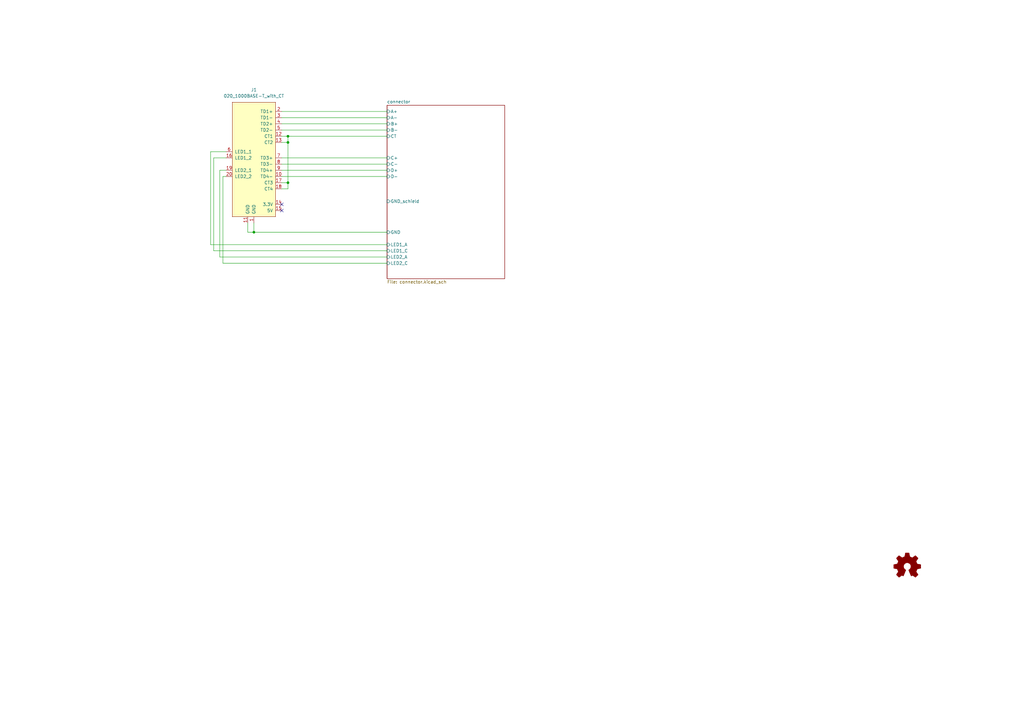
<source format=kicad_sch>
(kicad_sch (version 20211123) (generator eeschema)

  (uuid 7fd63e7c-0dfe-4093-96c3-757430f22d31)

  (paper "A3")

  (title_block
    (title "LAN_Board (C)")
    (rev "1.5")
    (company "Auto-Intern GmbH")
  )

  (lib_symbols
    (symbol "Graphic:Logo_Open_Hardware_Small" (pin_names (offset 1.016)) (in_bom yes) (on_board yes)
      (property "Reference" "#LOGO" (id 0) (at 0 6.985 0)
        (effects (font (size 1.27 1.27)) hide)
      )
      (property "Value" "Logo_Open_Hardware_Small" (id 1) (at 0 -5.715 0)
        (effects (font (size 1.27 1.27)) hide)
      )
      (property "Footprint" "" (id 2) (at 0 0 0)
        (effects (font (size 1.27 1.27)) hide)
      )
      (property "Datasheet" "~" (id 3) (at 0 0 0)
        (effects (font (size 1.27 1.27)) hide)
      )
      (property "ki_keywords" "Logo" (id 4) (at 0 0 0)
        (effects (font (size 1.27 1.27)) hide)
      )
      (property "ki_description" "Open Hardware logo, small" (id 5) (at 0 0 0)
        (effects (font (size 1.27 1.27)) hide)
      )
      (symbol "Logo_Open_Hardware_Small_0_1"
        (polyline
          (pts
            (xy 3.3528 -4.3434)
            (xy 3.302 -4.318)
            (xy 3.175 -4.2418)
            (xy 2.9972 -4.1148)
            (xy 2.7686 -3.9624)
            (xy 2.54 -3.81)
            (xy 2.3622 -3.7084)
            (xy 2.2352 -3.6068)
            (xy 2.1844 -3.5814)
            (xy 2.159 -3.6068)
            (xy 2.0574 -3.6576)
            (xy 1.905 -3.7338)
            (xy 1.8034 -3.7846)
            (xy 1.6764 -3.8354)
            (xy 1.6002 -3.8354)
            (xy 1.6002 -3.8354)
            (xy 1.5494 -3.7338)
            (xy 1.4732 -3.5306)
            (xy 1.3462 -3.302)
            (xy 1.2446 -3.0226)
            (xy 1.1176 -2.7178)
            (xy 0.9652 -2.413)
            (xy 0.8636 -2.1082)
            (xy 0.7366 -1.8288)
            (xy 0.6604 -1.6256)
            (xy 0.6096 -1.4732)
            (xy 0.5842 -1.397)
            (xy 0.5842 -1.397)
            (xy 0.6604 -1.3208)
            (xy 0.7874 -1.2446)
            (xy 1.0414 -1.016)
            (xy 1.2954 -0.6858)
            (xy 1.4478 -0.3302)
            (xy 1.524 0.0762)
            (xy 1.4732 0.4572)
            (xy 1.3208 0.8128)
            (xy 1.0668 1.143)
            (xy 0.762 1.3716)
            (xy 0.4064 1.524)
            (xy 0 1.5748)
            (xy -0.381 1.5494)
            (xy -0.7366 1.397)
            (xy -1.0668 1.143)
            (xy -1.2192 0.9906)
            (xy -1.397 0.6604)
            (xy -1.524 0.3048)
            (xy -1.524 0.2286)
            (xy -1.4986 -0.1778)
            (xy -1.397 -0.5334)
            (xy -1.1938 -0.8636)
            (xy -0.9144 -1.143)
            (xy -0.8636 -1.1684)
            (xy -0.7366 -1.27)
            (xy -0.635 -1.3462)
            (xy -0.5842 -1.397)
            (xy -1.0668 -2.5908)
            (xy -1.143 -2.794)
            (xy -1.2954 -3.1242)
            (xy -1.397 -3.4036)
            (xy -1.4986 -3.6322)
            (xy -1.5748 -3.7846)
            (xy -1.6002 -3.8354)
            (xy -1.6002 -3.8354)
            (xy -1.651 -3.8354)
            (xy -1.7272 -3.81)
            (xy -1.905 -3.7338)
            (xy -2.0066 -3.683)
            (xy -2.1336 -3.6068)
            (xy -2.2098 -3.5814)
            (xy -2.2606 -3.6068)
            (xy -2.3622 -3.683)
            (xy -2.54 -3.81)
            (xy -2.7686 -3.9624)
            (xy -2.9718 -4.0894)
            (xy -3.1496 -4.2164)
            (xy -3.302 -4.318)
            (xy -3.3528 -4.3434)
            (xy -3.3782 -4.3434)
            (xy -3.429 -4.318)
            (xy -3.5306 -4.2164)
            (xy -3.7084 -4.064)
            (xy -3.937 -3.8354)
            (xy -3.9624 -3.81)
            (xy -4.1656 -3.6068)
            (xy -4.318 -3.4544)
            (xy -4.4196 -3.3274)
            (xy -4.445 -3.2766)
            (xy -4.445 -3.2766)
            (xy -4.4196 -3.2258)
            (xy -4.318 -3.0734)
            (xy -4.2164 -2.8956)
            (xy -4.064 -2.667)
            (xy -3.6576 -2.0828)
            (xy -3.8862 -1.5494)
            (xy -3.937 -1.3716)
            (xy -4.0386 -1.1684)
            (xy -4.0894 -1.0414)
            (xy -4.1148 -0.9652)
            (xy -4.191 -0.9398)
            (xy -4.318 -0.9144)
            (xy -4.5466 -0.8636)
            (xy -4.8006 -0.8128)
            (xy -5.0546 -0.7874)
            (xy -5.2578 -0.7366)
            (xy -5.4356 -0.7112)
            (xy -5.5118 -0.6858)
            (xy -5.5118 -0.6858)
            (xy -5.5372 -0.635)
            (xy -5.5372 -0.5588)
            (xy -5.5372 -0.4318)
            (xy -5.5626 -0.2286)
            (xy -5.5626 0.0762)
            (xy -5.5626 0.127)
            (xy -5.5372 0.4064)
            (xy -5.5372 0.635)
            (xy -5.5372 0.762)
            (xy -5.5372 0.8382)
            (xy -5.5372 0.8382)
            (xy -5.461 0.8382)
            (xy -5.3086 0.889)
            (xy -5.08 0.9144)
            (xy -4.826 0.9652)
            (xy -4.8006 0.9906)
            (xy -4.5466 1.0414)
            (xy -4.318 1.0668)
            (xy -4.1656 1.1176)
            (xy -4.0894 1.143)
            (xy -4.0894 1.143)
            (xy -4.0386 1.2446)
            (xy -3.9624 1.4224)
            (xy -3.8608 1.6256)
            (xy -3.7846 1.8288)
            (xy -3.7084 2.0066)
            (xy -3.6576 2.159)
            (xy -3.6322 2.2098)
            (xy -3.6322 2.2098)
            (xy -3.683 2.286)
            (xy -3.7592 2.413)
            (xy -3.8862 2.5908)
            (xy -4.064 2.8194)
            (xy -4.064 2.8448)
            (xy -4.2164 3.0734)
            (xy -4.3434 3.2512)
            (xy -4.4196 3.3782)
            (xy -4.445 3.4544)
            (xy -4.445 3.4544)
            (xy -4.3942 3.5052)
            (xy -4.2926 3.6322)
            (xy -4.1148 3.81)
            (xy -3.937 4.0132)
            (xy -3.8608 4.064)
            (xy -3.6576 4.2926)
            (xy -3.5052 4.4196)
            (xy -3.4036 4.4958)
            (xy -3.3528 4.5212)
            (xy -3.3528 4.5212)
            (xy -3.302 4.4704)
            (xy -3.1496 4.3688)
            (xy -2.9718 4.2418)
            (xy -2.7432 4.0894)
            (xy -2.7178 4.0894)
            (xy -2.4892 3.937)
            (xy -2.3114 3.81)
            (xy -2.1844 3.7084)
            (xy -2.1336 3.683)
            (xy -2.1082 3.683)
            (xy -2.032 3.7084)
            (xy -1.8542 3.7592)
            (xy -1.6764 3.8354)
            (xy -1.4732 3.937)
            (xy -1.27 4.0132)
            (xy -1.143 4.064)
            (xy -1.0668 4.1148)
            (xy -1.0668 4.1148)
            (xy -1.0414 4.191)
            (xy -1.016 4.3434)
            (xy -0.9652 4.572)
            (xy -0.9144 4.8514)
            (xy -0.889 4.9022)
            (xy -0.8382 5.1562)
            (xy -0.8128 5.3848)
            (xy -0.7874 5.5372)
            (xy -0.762 5.588)
            (xy -0.7112 5.6134)
            (xy -0.5842 5.6134)
            (xy -0.4064 5.6134)
            (xy -0.1524 5.6134)
            (xy 0.0762 5.6134)
            (xy 0.3302 5.6134)
            (xy 0.5334 5.6134)
            (xy 0.6858 5.588)
            (xy 0.7366 5.588)
            (xy 0.7366 5.588)
            (xy 0.762 5.5118)
            (xy 0.8128 5.334)
            (xy 0.8382 5.1054)
            (xy 0.9144 4.826)
            (xy 0.9144 4.7752)
            (xy 0.9652 4.5212)
            (xy 1.016 4.2926)
            (xy 1.0414 4.1402)
            (xy 1.0668 4.0894)
            (xy 1.0668 4.0894)
            (xy 1.1938 4.0386)
            (xy 1.3716 3.9624)
            (xy 1.5748 3.8608)
            (xy 2.0828 3.6576)
            (xy 2.7178 4.0894)
            (xy 2.7686 4.1402)
            (xy 2.9972 4.2926)
            (xy 3.175 4.4196)
            (xy 3.302 4.4958)
            (xy 3.3782 4.5212)
            (xy 3.3782 4.5212)
            (xy 3.429 4.4704)
            (xy 3.556 4.3434)
            (xy 3.7338 4.191)
            (xy 3.9116 3.9878)
            (xy 4.064 3.8354)
            (xy 4.2418 3.6576)
            (xy 4.3434 3.556)
            (xy 4.4196 3.4798)
            (xy 4.4196 3.429)
            (xy 4.4196 3.4036)
            (xy 4.3942 3.3274)
            (xy 4.2926 3.2004)
            (xy 4.1656 2.9972)
            (xy 4.0132 2.794)
            (xy 3.8862 2.5908)
            (xy 3.7592 2.3876)
            (xy 3.6576 2.2352)
            (xy 3.6322 2.159)
            (xy 3.6322 2.1336)
            (xy 3.683 2.0066)
            (xy 3.7592 1.8288)
            (xy 3.8608 1.6002)
            (xy 4.064 1.1176)
            (xy 4.3942 1.0414)
            (xy 4.5974 1.016)
            (xy 4.8768 0.9652)
            (xy 5.1308 0.9144)
            (xy 5.5372 0.8382)
            (xy 5.5626 -0.6604)
            (xy 5.4864 -0.6858)
            (xy 5.4356 -0.6858)
            (xy 5.2832 -0.7366)
            (xy 5.0546 -0.762)
            (xy 4.8006 -0.8128)
            (xy 4.5974 -0.8636)
            (xy 4.3688 -0.9144)
            (xy 4.2164 -0.9398)
            (xy 4.1402 -0.9398)
            (xy 4.1148 -0.9652)
            (xy 4.064 -1.0668)
            (xy 3.9878 -1.2446)
            (xy 3.9116 -1.4478)
            (xy 3.81 -1.651)
            (xy 3.7338 -1.8542)
            (xy 3.683 -2.0066)
            (xy 3.6576 -2.0828)
            (xy 3.683 -2.1336)
            (xy 3.7846 -2.2606)
            (xy 3.8862 -2.4638)
            (xy 4.0386 -2.667)
            (xy 4.191 -2.8956)
            (xy 4.318 -3.0734)
            (xy 4.3942 -3.2004)
            (xy 4.445 -3.2766)
            (xy 4.4196 -3.3274)
            (xy 4.3434 -3.429)
            (xy 4.1656 -3.5814)
            (xy 3.937 -3.8354)
            (xy 3.8862 -3.8608)
            (xy 3.683 -4.064)
            (xy 3.5306 -4.2164)
            (xy 3.4036 -4.318)
            (xy 3.3528 -4.3434)
          )
          (stroke (width 0) (type default) (color 0 0 0 0))
          (fill (type outline))
        )
      )
    )
    (symbol "put_on_edge:020_1000BASE-T_with_CT" (pin_names (offset 1.016)) (in_bom yes) (on_board yes)
      (property "Reference" "J" (id 0) (at -2.54 13.97 0)
        (effects (font (size 1.27 1.27)))
      )
      (property "Value" "020_1000BASE-T_with_CT" (id 1) (at 8.89 13.97 0)
        (effects (font (size 1.27 1.27)))
      )
      (property "Footprint" "" (id 2) (at 7.62 16.51 0)
        (effects (font (size 1.27 1.27)) hide)
      )
      (property "Datasheet" "" (id 3) (at 7.62 16.51 0)
        (effects (font (size 1.27 1.27)) hide)
      )
      (symbol "020_1000BASE-T_with_CT_0_1"
        (rectangle (start -8.89 12.7) (end 8.89 -34.29)
          (stroke (width 0) (type default) (color 0 0 0 0))
          (fill (type background))
        )
      )
      (symbol "020_1000BASE-T_with_CT_1_1"
        (pin power_in line (at 0 -36.83 90) (length 2.54)
          (name "GND" (effects (font (size 1.27 1.27))))
          (number "1" (effects (font (size 1.27 1.27))))
        )
        (pin bidirectional line (at -11.43 -17.78 0) (length 2.54)
          (name "TD4-" (effects (font (size 1.27 1.27))))
          (number "10" (effects (font (size 1.27 1.27))))
        )
        (pin power_in line (at 2.54 -36.83 90) (length 2.54)
          (name "GND" (effects (font (size 1.27 1.27))))
          (number "11" (effects (font (size 1.27 1.27))))
        )
        (pin bidirectional line (at -11.43 -1.27 0) (length 2.54)
          (name "CT1" (effects (font (size 1.27 1.27))))
          (number "12" (effects (font (size 1.27 1.27))))
        )
        (pin bidirectional line (at -11.43 -3.81 0) (length 2.54)
          (name "CT2" (effects (font (size 1.27 1.27))))
          (number "13" (effects (font (size 1.27 1.27))))
        )
        (pin bidirectional line (at -11.43 -29.21 0) (length 2.54)
          (name "3.3V" (effects (font (size 1.27 1.27))))
          (number "14" (effects (font (size 1.27 1.27))))
        )
        (pin bidirectional line (at -11.43 -31.75 0) (length 2.54)
          (name "5V" (effects (font (size 1.27 1.27))))
          (number "15" (effects (font (size 1.27 1.27))))
        )
        (pin bidirectional line (at 11.43 -10.16 180) (length 2.54)
          (name "LED1_2" (effects (font (size 1.27 1.27))))
          (number "16" (effects (font (size 1.27 1.27))))
        )
        (pin bidirectional line (at -11.43 -20.32 0) (length 2.54)
          (name "CT3" (effects (font (size 1.27 1.27))))
          (number "17" (effects (font (size 1.27 1.27))))
        )
        (pin bidirectional line (at -11.43 -22.86 0) (length 2.54)
          (name "CT4" (effects (font (size 1.27 1.27))))
          (number "18" (effects (font (size 1.27 1.27))))
        )
        (pin bidirectional line (at 11.43 -15.24 180) (length 2.54)
          (name "LED2_1" (effects (font (size 1.27 1.27))))
          (number "19" (effects (font (size 1.27 1.27))))
        )
        (pin bidirectional line (at -11.43 8.89 0) (length 2.54)
          (name "TD1+" (effects (font (size 1.27 1.27))))
          (number "2" (effects (font (size 1.27 1.27))))
        )
        (pin bidirectional line (at 11.43 -17.78 180) (length 2.54)
          (name "LED2_2" (effects (font (size 1.27 1.27))))
          (number "20" (effects (font (size 1.27 1.27))))
        )
        (pin bidirectional line (at -11.43 6.35 0) (length 2.54)
          (name "TD1-" (effects (font (size 1.27 1.27))))
          (number "3" (effects (font (size 1.27 1.27))))
        )
        (pin bidirectional line (at -11.43 3.81 0) (length 2.54)
          (name "TD2+" (effects (font (size 1.27 1.27))))
          (number "4" (effects (font (size 1.27 1.27))))
        )
        (pin bidirectional line (at -11.43 1.27 0) (length 2.54)
          (name "TD2-" (effects (font (size 1.27 1.27))))
          (number "5" (effects (font (size 1.27 1.27))))
        )
        (pin bidirectional line (at 11.43 -7.62 180) (length 2.54)
          (name "LED1_1" (effects (font (size 1.27 1.27))))
          (number "6" (effects (font (size 1.27 1.27))))
        )
        (pin bidirectional line (at -11.43 -10.16 0) (length 2.54)
          (name "TD3+" (effects (font (size 1.27 1.27))))
          (number "7" (effects (font (size 1.27 1.27))))
        )
        (pin bidirectional line (at -11.43 -12.7 0) (length 2.54)
          (name "TD3-" (effects (font (size 1.27 1.27))))
          (number "8" (effects (font (size 1.27 1.27))))
        )
        (pin bidirectional line (at -11.43 -15.24 0) (length 2.54)
          (name "TD4+" (effects (font (size 1.27 1.27))))
          (number "9" (effects (font (size 1.27 1.27))))
        )
      )
    )
  )

  (junction (at 118.11 74.93) (diameter 0) (color 0 0 0 0)
    (uuid 218f5eeb-63f8-4a31-9898-17a0aaf53ff6)
  )
  (junction (at 118.11 58.42) (diameter 0) (color 0 0 0 0)
    (uuid 7de26002-4562-4368-93f8-704d657afb72)
  )
  (junction (at 104.14 95.25) (diameter 0) (color 0 0 0 0)
    (uuid 9fc152dd-9be5-414a-b86a-60c468517fac)
  )
  (junction (at 118.11 55.88) (diameter 0) (color 0 0 0 0)
    (uuid cd24b7ac-6a05-4a66-b0ba-ee6bc00f2ff9)
  )

  (no_connect (at 115.57 83.82) (uuid 56fab9ff-1528-4691-bbf3-241d3d0ea9fd))
  (no_connect (at 115.57 86.36) (uuid 56fab9ff-1528-4691-bbf3-241d3d0ea9fe))

  (wire (pts (xy 115.57 48.26) (xy 158.75 48.26))
    (stroke (width 0) (type default) (color 0 0 0 0))
    (uuid 003a0d0a-2c05-486d-93fb-1101833516d9)
  )
  (wire (pts (xy 158.75 100.33) (xy 86.36 100.33))
    (stroke (width 0) (type default) (color 0 0 0 0))
    (uuid 0946f406-92d8-49bb-96d4-9440b09da891)
  )
  (wire (pts (xy 90.17 105.41) (xy 158.75 105.41))
    (stroke (width 0) (type default) (color 0 0 0 0))
    (uuid 0a871771-ac2b-4a98-9b8c-b102626d8677)
  )
  (wire (pts (xy 118.11 74.93) (xy 118.11 58.42))
    (stroke (width 0) (type default) (color 0 0 0 0))
    (uuid 1586534f-195f-4cc1-9bdb-eb7effe3bb1d)
  )
  (wire (pts (xy 115.57 50.8) (xy 158.75 50.8))
    (stroke (width 0) (type default) (color 0 0 0 0))
    (uuid 1b3114ce-4fa7-441b-840a-8a938341f757)
  )
  (wire (pts (xy 90.17 69.85) (xy 90.17 105.41))
    (stroke (width 0) (type default) (color 0 0 0 0))
    (uuid 1c59111b-8d1d-400f-86b7-1c73dcc428a2)
  )
  (wire (pts (xy 92.71 64.77) (xy 87.63 64.77))
    (stroke (width 0) (type default) (color 0 0 0 0))
    (uuid 1f320a08-abc9-4733-88ec-369104257da7)
  )
  (wire (pts (xy 104.14 95.25) (xy 158.75 95.25))
    (stroke (width 0) (type default) (color 0 0 0 0))
    (uuid 3096c0d2-cbd2-41aa-9533-8cec5d0a9cc5)
  )
  (wire (pts (xy 115.57 67.31) (xy 158.75 67.31))
    (stroke (width 0) (type default) (color 0 0 0 0))
    (uuid 3f0b32ad-d9c5-4308-be39-45d5133916a1)
  )
  (wire (pts (xy 115.57 72.39) (xy 158.75 72.39))
    (stroke (width 0) (type default) (color 0 0 0 0))
    (uuid 46b87d60-9f52-445d-a4ac-561b885c6a83)
  )
  (wire (pts (xy 87.63 102.87) (xy 158.75 102.87))
    (stroke (width 0) (type default) (color 0 0 0 0))
    (uuid 54fcaa54-aab9-4ebd-b9f3-db9263e4b45a)
  )
  (wire (pts (xy 115.57 53.34) (xy 158.75 53.34))
    (stroke (width 0) (type default) (color 0 0 0 0))
    (uuid 638a53d2-b942-429e-ac3d-9fc82022e9e6)
  )
  (wire (pts (xy 101.6 91.44) (xy 101.6 95.25))
    (stroke (width 0) (type default) (color 0 0 0 0))
    (uuid 7b8c064b-79ed-4af6-a812-1db27d87f101)
  )
  (wire (pts (xy 115.57 69.85) (xy 158.75 69.85))
    (stroke (width 0) (type default) (color 0 0 0 0))
    (uuid 7d0180e8-b9b7-447a-be38-44bc5791f529)
  )
  (wire (pts (xy 115.57 45.72) (xy 158.75 45.72))
    (stroke (width 0) (type default) (color 0 0 0 0))
    (uuid 7eeea4de-be33-4529-a482-0d373ab2907d)
  )
  (wire (pts (xy 104.14 91.44) (xy 104.14 95.25))
    (stroke (width 0) (type default) (color 0 0 0 0))
    (uuid 8261a5a1-73ee-4e5c-8404-940cebf20181)
  )
  (wire (pts (xy 115.57 77.47) (xy 118.11 77.47))
    (stroke (width 0) (type default) (color 0 0 0 0))
    (uuid 8aa9c248-bab0-43e6-b4b7-31986f7db7fd)
  )
  (wire (pts (xy 101.6 95.25) (xy 104.14 95.25))
    (stroke (width 0) (type default) (color 0 0 0 0))
    (uuid 8f5951bb-9e88-4568-b127-bb74d318ade0)
  )
  (wire (pts (xy 118.11 58.42) (xy 118.11 55.88))
    (stroke (width 0) (type default) (color 0 0 0 0))
    (uuid a1255388-6453-4d4f-b28e-e808c9a05c69)
  )
  (wire (pts (xy 86.36 62.23) (xy 92.71 62.23))
    (stroke (width 0) (type default) (color 0 0 0 0))
    (uuid a1bb22e6-e19e-4f51-adef-ae3d3d8dab92)
  )
  (wire (pts (xy 118.11 55.88) (xy 115.57 55.88))
    (stroke (width 0) (type default) (color 0 0 0 0))
    (uuid a7a146b7-f7ef-4b96-9cba-45d9470946d9)
  )
  (wire (pts (xy 118.11 77.47) (xy 118.11 74.93))
    (stroke (width 0) (type default) (color 0 0 0 0))
    (uuid af9407fd-b093-42d3-82ee-8374de7aea01)
  )
  (wire (pts (xy 91.44 72.39) (xy 92.71 72.39))
    (stroke (width 0) (type default) (color 0 0 0 0))
    (uuid afa3a20b-3be0-4d14-b703-7b6584bef770)
  )
  (wire (pts (xy 91.44 107.95) (xy 91.44 72.39))
    (stroke (width 0) (type default) (color 0 0 0 0))
    (uuid b7589e4a-7250-4e1c-931e-a69c2888b66c)
  )
  (wire (pts (xy 118.11 55.88) (xy 158.75 55.88))
    (stroke (width 0) (type default) (color 0 0 0 0))
    (uuid c899b08a-39cf-4c3d-91db-1649d8d95acd)
  )
  (wire (pts (xy 115.57 64.77) (xy 158.75 64.77))
    (stroke (width 0) (type default) (color 0 0 0 0))
    (uuid ceb8e060-9c6e-4c2a-ae8d-e47a54374d50)
  )
  (wire (pts (xy 158.75 107.95) (xy 91.44 107.95))
    (stroke (width 0) (type default) (color 0 0 0 0))
    (uuid d2d2a906-e9cb-4688-8220-ecdd47ee223f)
  )
  (wire (pts (xy 86.36 100.33) (xy 86.36 62.23))
    (stroke (width 0) (type default) (color 0 0 0 0))
    (uuid ebbe4aa5-039a-4e14-90e6-f9ce6df53441)
  )
  (wire (pts (xy 90.17 69.85) (xy 92.71 69.85))
    (stroke (width 0) (type default) (color 0 0 0 0))
    (uuid ee6c7a4d-00f7-4f92-a968-69cccff7fe9f)
  )
  (wire (pts (xy 115.57 58.42) (xy 118.11 58.42))
    (stroke (width 0) (type default) (color 0 0 0 0))
    (uuid f5aa85ad-0e34-494c-b8bf-f5894bb00f4d)
  )
  (wire (pts (xy 87.63 64.77) (xy 87.63 102.87))
    (stroke (width 0) (type default) (color 0 0 0 0))
    (uuid fb08bdcb-21c3-4a43-9d9c-93fb649801e4)
  )
  (wire (pts (xy 115.57 74.93) (xy 118.11 74.93))
    (stroke (width 0) (type default) (color 0 0 0 0))
    (uuid fd869af4-bb39-4a99-ae64-70caad9768a1)
  )

  (symbol (lib_id "put_on_edge:020_1000BASE-T_with_CT") (at 104.14 54.61 0) (mirror y) (unit 1)
    (in_bom yes) (on_board yes) (fields_autoplaced)
    (uuid 41ac5a48-5779-4f0b-9cbe-991c845d3156)
    (property "Reference" "J1" (id 0) (at 104.14 36.83 0))
    (property "Value" "020_1000BASE-T_with_CT" (id 1) (at 104.14 39.37 0))
    (property "Footprint" "on_edge:on_edge_2x10_device" (id 2) (at 96.52 38.1 0)
      (effects (font (size 1.27 1.27)) hide)
    )
    (property "Datasheet" "" (id 3) (at 96.52 38.1 0)
      (effects (font (size 1.27 1.27)) hide)
    )
    (pin "1" (uuid a75f724b-1e05-468a-8dcf-1929da152e8f))
    (pin "10" (uuid ef95486e-8442-4dc4-a9bd-887328a422d1))
    (pin "11" (uuid d7593323-c2fa-4ce7-ba5d-f11b8ca2b02b))
    (pin "12" (uuid 37781083-8a35-4725-83c1-0ac76f9721b5))
    (pin "13" (uuid 386fa460-6bb8-4005-bbd2-e2a5cd3294a5))
    (pin "14" (uuid babed9b4-a1a0-43e8-be70-af402be7a8dd))
    (pin "15" (uuid ec643a2c-ae7e-4bb4-b577-93f04a1b6213))
    (pin "16" (uuid add73599-5a85-459a-aa46-ca7d9eebe018))
    (pin "17" (uuid b3ea9f60-6e7a-4950-a0c2-3ecd3b8fb77f))
    (pin "18" (uuid 560eb828-4334-4719-8d53-a5c5f80376e9))
    (pin "19" (uuid 79985388-d613-49ef-8355-876e497f8fbf))
    (pin "2" (uuid ef9b86ea-4e91-4ab8-9cef-6789b9f572b4))
    (pin "20" (uuid 47ca98a5-aa99-4b93-9538-74c80ddefe85))
    (pin "3" (uuid 1e064291-014d-466b-b393-b1d5119ab13b))
    (pin "4" (uuid be700525-edf1-469c-8ac2-0369d04d73ad))
    (pin "5" (uuid 5bec9785-e53b-4b98-8bc0-4e3c55d02bc8))
    (pin "6" (uuid a7e9e140-2d10-4feb-8367-8a96ee001506))
    (pin "7" (uuid fff1c7bd-0b07-4eed-81c3-a6cbdd5b61ab))
    (pin "8" (uuid 7280ccd1-8119-4cb4-a986-5e6a5baba2bc))
    (pin "9" (uuid 49847f72-de3c-4850-aebd-4876dc100222))
  )

  (symbol (lib_id "Graphic:Logo_Open_Hardware_Small") (at 372.11 232.41 0) (unit 1)
    (in_bom yes) (on_board yes) (fields_autoplaced)
    (uuid dda86aa3-3ff3-4ea9-9672-91af5edd5142)
    (property "Reference" "LOGO1" (id 0) (at 372.11 225.425 0)
      (effects (font (size 1.27 1.27)) hide)
    )
    (property "Value" "Logo_Open_Hardware_Small" (id 1) (at 372.11 238.125 0)
      (effects (font (size 1.27 1.27)) hide)
    )
    (property "Footprint" "Symbol:OSHW-Symbol_6.7x6mm_SilkScreen" (id 2) (at 372.11 232.41 0)
      (effects (font (size 1.27 1.27)) hide)
    )
    (property "Datasheet" "~" (id 3) (at 372.11 232.41 0)
      (effects (font (size 1.27 1.27)) hide)
    )
  )

  (sheet (at 158.75 43.18) (size 48.26 71.12) (fields_autoplaced)
    (stroke (width 0) (type solid) (color 0 0 0 0))
    (fill (color 0 0 0 0.0000))
    (uuid 00000000-0000-0000-0000-00005d6529e5)
    (property "Sheet name" "connector" (id 0) (at 158.75 42.4684 0)
      (effects (font (size 1.27 1.27)) (justify left bottom))
    )
    (property "Sheet file" "connector.kicad_sch" (id 1) (at 158.75 114.8846 0)
      (effects (font (size 1.27 1.27)) (justify left top))
    )
    (pin "A+" input (at 158.75 45.72 180)
      (effects (font (size 1.27 1.27)) (justify left))
      (uuid 73fc8851-66ef-403d-925f-15af4efa2583)
    )
    (pin "A-" input (at 158.75 48.26 180)
      (effects (font (size 1.27 1.27)) (justify left))
      (uuid 48c4b15b-0283-4f72-b731-f151db06daad)
    )
    (pin "B+" input (at 158.75 50.8 180)
      (effects (font (size 1.27 1.27)) (justify left))
      (uuid ca198816-fbaf-4a15-8ac4-038f6608f4e9)
    )
    (pin "B-" input (at 158.75 53.34 180)
      (effects (font (size 1.27 1.27)) (justify left))
      (uuid c4fa2e99-6616-4875-8607-a8d38782d9a0)
    )
    (pin "C+" input (at 158.75 64.77 180)
      (effects (font (size 1.27 1.27)) (justify left))
      (uuid 76f1893d-fe45-4263-9d2c-d62bde6327ea)
    )
    (pin "C-" input (at 158.75 67.31 180)
      (effects (font (size 1.27 1.27)) (justify left))
      (uuid acf1105b-fd13-450c-b958-4ce69b0bbaed)
    )
    (pin "D+" input (at 158.75 69.85 180)
      (effects (font (size 1.27 1.27)) (justify left))
      (uuid 7d61d341-e6ab-460b-9fb1-071a12557ca3)
    )
    (pin "D-" input (at 158.75 72.39 180)
      (effects (font (size 1.27 1.27)) (justify left))
      (uuid 118fabdf-50f6-4d52-b395-c5c26d582933)
    )
    (pin "GND_schield" input (at 158.75 82.55 180)
      (effects (font (size 1.27 1.27)) (justify left))
      (uuid 92ee692f-b5e3-4878-92a0-43736bac853b)
    )
    (pin "CT" input (at 158.75 55.88 180)
      (effects (font (size 1.27 1.27)) (justify left))
      (uuid fe61fa16-8322-49c5-a3e9-9458c7b6f99b)
    )
    (pin "GND" input (at 158.75 95.25 180)
      (effects (font (size 1.27 1.27)) (justify left))
      (uuid 866f0957-85bc-485c-99fb-114e25310e03)
    )
    (pin "LED1_A" input (at 158.75 100.33 180)
      (effects (font (size 1.27 1.27)) (justify left))
      (uuid 4448e789-6ec2-46eb-9e26-4c7082e37ecc)
    )
    (pin "LED1_C" input (at 158.75 102.87 180)
      (effects (font (size 1.27 1.27)) (justify left))
      (uuid 81ca2d7c-84ab-46fb-ad80-b2bb4531e937)
    )
    (pin "LED2_C" input (at 158.75 107.95 180)
      (effects (font (size 1.27 1.27)) (justify left))
      (uuid fb1c213d-0165-4721-a927-5058febd1ec1)
    )
    (pin "LED2_A" input (at 158.75 105.41 180)
      (effects (font (size 1.27 1.27)) (justify left))
      (uuid 31c65194-4a54-441f-8304-a18d8b267053)
    )
  )

  (sheet_instances
    (path "/" (page "1"))
    (path "/00000000-0000-0000-0000-00005d6529e5" (page "2"))
  )

  (symbol_instances
    (path "/41ac5a48-5779-4f0b-9cbe-991c845d3156"
      (reference "J1") (unit 1) (value "020_1000BASE-T_with_CT") (footprint "on_edge:on_edge_2x10_device")
    )
    (path "/00000000-0000-0000-0000-00005d6529e5/82b79e15-1e71-4461-b07f-a6b82ddc6e08"
      (reference "J2") (unit 1) (value "7499111121A") (footprint "b038:7499111121A")
    )
    (path "/dda86aa3-3ff3-4ea9-9672-91af5edd5142"
      (reference "LOGO1") (unit 1) (value "Logo_Open_Hardware_Small") (footprint "Symbol:OSHW-Symbol_6.7x6mm_SilkScreen")
    )
  )
)

</source>
